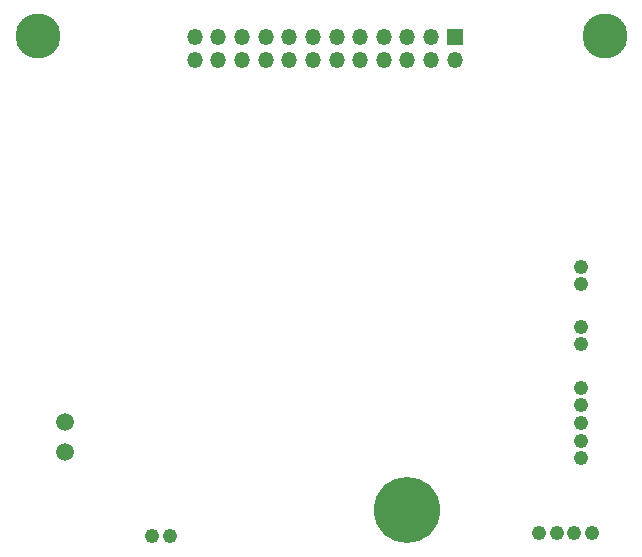
<source format=gbr>
%TF.GenerationSoftware,KiCad,Pcbnew,(5.1.12)-1*%
%TF.CreationDate,2022-08-25T11:39:19-06:00*%
%TF.ProjectId,SpritePCB,53707269-7465-4504-9342-2e6b69636164,rev?*%
%TF.SameCoordinates,Original*%
%TF.FileFunction,Soldermask,Bot*%
%TF.FilePolarity,Negative*%
%FSLAX46Y46*%
G04 Gerber Fmt 4.6, Leading zero omitted, Abs format (unit mm)*
G04 Created by KiCad (PCBNEW (5.1.12)-1) date 2022-08-25 11:39:19*
%MOMM*%
%LPD*%
G01*
G04 APERTURE LIST*
%ADD10O,1.350000X1.350000*%
%ADD11R,1.350000X1.350000*%
%ADD12C,1.498600*%
%ADD13C,1.244600*%
%ADD14C,5.600000*%
%ADD15C,3.800000*%
G04 APERTURE END LIST*
D10*
%TO.C,J1*%
X46300000Y-44539000D03*
X46300000Y-42539000D03*
X48300000Y-44539000D03*
X48300000Y-42539000D03*
X50300000Y-44539000D03*
X50300000Y-42539000D03*
X52300000Y-44539000D03*
X52300000Y-42539000D03*
X54300000Y-44539000D03*
X54300000Y-42539000D03*
X56300000Y-44539000D03*
X56300000Y-42539000D03*
X58300000Y-44539000D03*
X58300000Y-42539000D03*
X60300000Y-44539000D03*
X60300000Y-42539000D03*
X62300000Y-44539000D03*
X62300000Y-42539000D03*
X64300000Y-44539000D03*
X64300000Y-42539000D03*
X66300000Y-44539000D03*
X66300000Y-42539000D03*
X68300000Y-44539000D03*
D11*
X68300000Y-42539000D03*
%TD*%
D12*
%TO.C,J6*%
X35306000Y-75184001D03*
X35306000Y-77683999D03*
%TD*%
D13*
%TO.C,J7*%
X78994000Y-68580001D03*
X78994000Y-67079999D03*
%TD*%
%TO.C,J5*%
X42671999Y-84836000D03*
X44172001Y-84836000D03*
%TD*%
%TO.C,J4*%
X78994000Y-63500001D03*
X78994000Y-61999999D03*
%TD*%
%TO.C,J3*%
X78994000Y-78232000D03*
X78994000Y-76732000D03*
X78994000Y-75232001D03*
X78994000Y-73732001D03*
X78994000Y-72232002D03*
%TD*%
%TO.C,J2*%
X79938001Y-84582000D03*
X78438002Y-84582000D03*
X76938000Y-84582000D03*
X75438000Y-84582000D03*
%TD*%
D14*
%TO.C,H3*%
X64300000Y-82603886D03*
%TD*%
D15*
%TO.C,H2*%
X81000000Y-42453900D03*
%TD*%
%TO.C,H1*%
X33000000Y-42453900D03*
%TD*%
M02*

</source>
